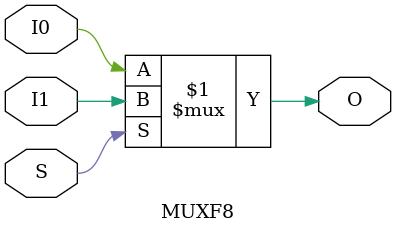
<source format=v>

`ifdef verilator3
`else
`timescale 1 ps / 1 ps
`endif

/* verilator coverage_off */
module MUXF8
(
    input  wire I0, I1,
    input  wire S,
    output wire O
);

    assign O = (S) ? I1 : I0;

endmodule
/* verilator coverage_on */

</source>
